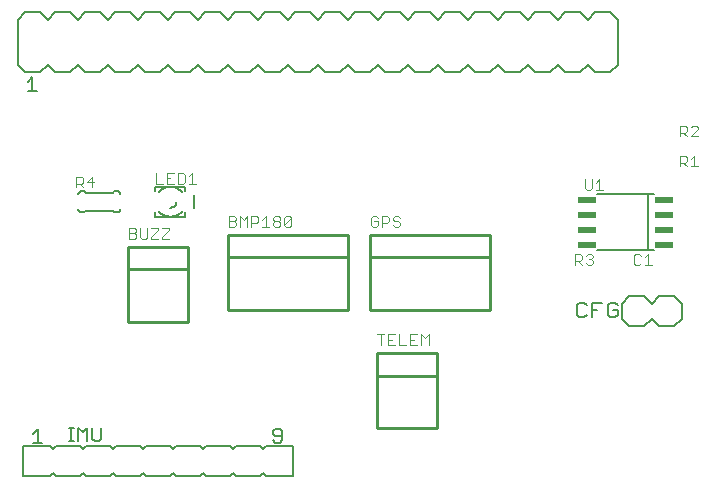
<source format=gbr>
G04 EAGLE Gerber RS-274X export*
G75*
%MOMM*%
%FSLAX34Y34*%
%LPD*%
%INSilkscreen Top*%
%IPPOS*%
%AMOC8*
5,1,8,0,0,1.08239X$1,22.5*%
G01*
%ADD10C,0.152400*%
%ADD11C,0.127000*%
%ADD12C,0.203200*%
%ADD13R,1.519900X0.490200*%
%ADD14C,0.101600*%
%ADD15R,0.127000X1.270000*%
%ADD16C,0.254000*%


D10*
X77350Y550400D02*
X90050Y550400D01*
X96400Y544050D01*
X102750Y550400D01*
X115450Y550400D01*
X121800Y544050D01*
X77350Y550400D02*
X71000Y544050D01*
X121800Y544050D02*
X128150Y550400D01*
X140850Y550400D01*
X147200Y544050D01*
X153550Y550400D02*
X166250Y550400D01*
X172600Y544050D01*
X178950Y550400D01*
X191650Y550400D01*
X198000Y544050D01*
X153550Y550400D02*
X147200Y544050D01*
X198000Y544050D02*
X204350Y550400D01*
X217050Y550400D01*
X223400Y544050D01*
X96400Y505950D02*
X90050Y499600D01*
X115450Y499600D02*
X121800Y505950D01*
X115450Y499600D02*
X102750Y499600D01*
X96400Y505950D01*
X71000Y505950D02*
X71000Y544050D01*
X71000Y505950D02*
X77350Y499600D01*
X90050Y499600D01*
X140850Y499600D02*
X147200Y505950D01*
X140850Y499600D02*
X128150Y499600D01*
X121800Y505950D01*
X166250Y499600D02*
X172600Y505950D01*
X191650Y499600D02*
X198000Y505950D01*
X191650Y499600D02*
X178950Y499600D01*
X172600Y505950D01*
X153550Y499600D02*
X147200Y505950D01*
X153550Y499600D02*
X166250Y499600D01*
X217050Y499600D02*
X223400Y505950D01*
X217050Y499600D02*
X204350Y499600D01*
X198000Y505950D01*
X242450Y550400D02*
X248800Y544050D01*
X242450Y550400D02*
X229750Y550400D01*
X223400Y544050D01*
X223400Y505950D02*
X229750Y499600D01*
X242450Y499600D01*
X248800Y505950D01*
X255150Y550400D02*
X267850Y550400D01*
X274200Y544050D01*
X280550Y550400D01*
X293250Y550400D01*
X299600Y544050D01*
X255150Y550400D02*
X248800Y544050D01*
X299600Y544050D02*
X305950Y550400D01*
X318650Y550400D01*
X325000Y544050D01*
X331350Y550400D02*
X344050Y550400D01*
X350400Y544050D01*
X356750Y550400D01*
X369450Y550400D01*
X375800Y544050D01*
X331350Y550400D02*
X325000Y544050D01*
X375800Y544050D02*
X382150Y550400D01*
X394850Y550400D01*
X401200Y544050D01*
X274200Y505950D02*
X267850Y499600D01*
X293250Y499600D02*
X299600Y505950D01*
X293250Y499600D02*
X280550Y499600D01*
X274200Y505950D01*
X255150Y499600D02*
X248800Y505950D01*
X255150Y499600D02*
X267850Y499600D01*
X318650Y499600D02*
X325000Y505950D01*
X318650Y499600D02*
X305950Y499600D01*
X299600Y505950D01*
X344050Y499600D02*
X350400Y505950D01*
X369450Y499600D02*
X375800Y505950D01*
X369450Y499600D02*
X356750Y499600D01*
X350400Y505950D01*
X331350Y499600D02*
X325000Y505950D01*
X331350Y499600D02*
X344050Y499600D01*
X394850Y499600D02*
X401200Y505950D01*
X394850Y499600D02*
X382150Y499600D01*
X375800Y505950D01*
X420250Y550400D02*
X426600Y544050D01*
X420250Y550400D02*
X407550Y550400D01*
X401200Y544050D01*
X401200Y505950D02*
X407550Y499600D01*
X420250Y499600D01*
X426600Y505950D01*
X432950Y550400D02*
X445650Y550400D01*
X452000Y544050D01*
X458350Y550400D01*
X471050Y550400D01*
X477400Y544050D01*
X432950Y550400D02*
X426600Y544050D01*
X477400Y544050D02*
X483750Y550400D01*
X496450Y550400D01*
X502800Y544050D01*
X509150Y550400D02*
X521850Y550400D01*
X528200Y544050D01*
X534550Y550400D01*
X547250Y550400D01*
X553600Y544050D01*
X509150Y550400D02*
X502800Y544050D01*
X553600Y544050D02*
X559950Y550400D01*
X572650Y550400D01*
X452000Y505950D02*
X445650Y499600D01*
X471050Y499600D02*
X477400Y505950D01*
X471050Y499600D02*
X458350Y499600D01*
X452000Y505950D01*
X432950Y499600D02*
X426600Y505950D01*
X432950Y499600D02*
X445650Y499600D01*
X496450Y499600D02*
X502800Y505950D01*
X496450Y499600D02*
X483750Y499600D01*
X477400Y505950D01*
X521850Y499600D02*
X528200Y505950D01*
X547250Y499600D02*
X553600Y505950D01*
X547250Y499600D02*
X534550Y499600D01*
X528200Y505950D01*
X509150Y499600D02*
X502800Y505950D01*
X509150Y499600D02*
X521850Y499600D01*
X559950Y499600D02*
X572650Y499600D01*
X559950Y499600D02*
X553600Y505950D01*
X579000Y505950D02*
X579000Y544050D01*
X572650Y550400D01*
X579000Y505950D02*
X572650Y499600D01*
D11*
X83068Y495165D02*
X79255Y491352D01*
X83068Y495165D02*
X83068Y483725D01*
X79255Y483725D02*
X86882Y483725D01*
D12*
X561050Y396600D02*
X604650Y396600D01*
X609650Y396600D01*
X609650Y348600D02*
X604650Y348600D01*
X561050Y348600D01*
X604650Y348600D02*
X604650Y396600D01*
D13*
X618251Y353550D03*
X618251Y366250D03*
X618251Y378950D03*
X618251Y391650D03*
X552450Y391650D03*
X552450Y378950D03*
X552450Y366250D03*
X552450Y353550D03*
D14*
X550933Y401303D02*
X550933Y408930D01*
X550933Y401303D02*
X552458Y399778D01*
X555509Y399778D01*
X557034Y401303D01*
X557034Y408930D01*
X560288Y405879D02*
X563339Y408930D01*
X563339Y399778D01*
X566389Y399778D02*
X560288Y399778D01*
X631261Y419781D02*
X631261Y428932D01*
X635836Y428932D01*
X637362Y427407D01*
X637362Y424356D01*
X635836Y422831D01*
X631261Y422831D01*
X634311Y422831D02*
X637362Y419781D01*
X640616Y425882D02*
X643666Y428932D01*
X643666Y419781D01*
X640616Y419781D02*
X646717Y419781D01*
X596784Y345747D02*
X598309Y344222D01*
X596784Y345747D02*
X593733Y345747D01*
X592208Y344222D01*
X592208Y338121D01*
X593733Y336596D01*
X596784Y336596D01*
X598309Y338121D01*
X601563Y342697D02*
X604614Y345747D01*
X604614Y336596D01*
X607664Y336596D02*
X601563Y336596D01*
X631261Y445181D02*
X631261Y454332D01*
X635836Y454332D01*
X637362Y452807D01*
X637362Y449756D01*
X635836Y448231D01*
X631261Y448231D01*
X634311Y448231D02*
X637362Y445181D01*
X640616Y445181D02*
X646717Y445181D01*
X640616Y445181D02*
X646717Y451282D01*
X646717Y452807D01*
X645192Y454332D01*
X642141Y454332D01*
X640616Y452807D01*
X542361Y345747D02*
X542361Y336596D01*
X542361Y345747D02*
X546936Y345747D01*
X548462Y344222D01*
X548462Y341171D01*
X546936Y339646D01*
X542361Y339646D01*
X545411Y339646D02*
X548462Y336596D01*
X551716Y344222D02*
X553241Y345747D01*
X556292Y345747D01*
X557817Y344222D01*
X557817Y342697D01*
X556292Y341171D01*
X554766Y341171D01*
X556292Y341171D02*
X557817Y339646D01*
X557817Y338121D01*
X556292Y336596D01*
X553241Y336596D01*
X551716Y338121D01*
D10*
X582150Y303650D02*
X582150Y290950D01*
X582150Y303650D02*
X588500Y310000D01*
X601200Y310000D01*
X607550Y303650D01*
X601200Y284600D02*
X588500Y284600D01*
X582150Y290950D01*
X601200Y284600D02*
X607550Y290950D01*
X607550Y303650D02*
X613900Y310000D01*
X626600Y310000D01*
X632950Y303650D01*
X626600Y284600D02*
X613900Y284600D01*
X607550Y290950D01*
X626600Y284600D02*
X632950Y290950D01*
X632950Y303650D01*
D12*
X552464Y302060D02*
X550430Y304094D01*
X546363Y304094D01*
X544329Y302060D01*
X544329Y293925D01*
X546363Y291892D01*
X550430Y291892D01*
X552464Y293925D01*
X557426Y291892D02*
X557426Y304094D01*
X565561Y304094D01*
X561494Y297993D02*
X557426Y297993D01*
X576625Y304094D02*
X578658Y302060D01*
X576625Y304094D02*
X572557Y304094D01*
X570524Y302060D01*
X570524Y293925D01*
X572557Y291892D01*
X576625Y291892D01*
X578658Y293925D01*
X578658Y297993D01*
X574591Y297993D01*
D10*
X75700Y182700D02*
X75700Y157300D01*
X98560Y157300D01*
X101100Y159840D01*
X103640Y157300D01*
X123960Y157300D01*
X126500Y159840D01*
X129040Y157300D01*
X149360Y157300D01*
X151900Y159840D01*
X154440Y157300D01*
X174760Y157300D01*
X177300Y159840D01*
X179840Y157300D01*
X177300Y180160D02*
X179840Y182700D01*
X177300Y180160D02*
X174760Y182700D01*
X154440Y182700D01*
X151900Y180160D01*
X149360Y182700D01*
X129040Y182700D01*
X126500Y180160D01*
X123960Y182700D01*
X103640Y182700D01*
X101100Y180160D01*
X98560Y182700D01*
X75700Y182700D01*
X179840Y157300D02*
X200160Y157300D01*
X202700Y159840D01*
X205240Y157300D01*
X225560Y157300D01*
X228100Y159840D01*
X230640Y157300D01*
X228100Y180160D02*
X230640Y182700D01*
X228100Y180160D02*
X225560Y182700D01*
X205240Y182700D01*
X202700Y180160D01*
X200160Y182700D01*
X179840Y182700D01*
X256040Y182700D02*
X276360Y182700D01*
X276360Y157300D02*
X256040Y157300D01*
X253500Y180160D02*
X250960Y182700D01*
X253500Y180160D02*
X256040Y182700D01*
X250960Y182700D02*
X230640Y182700D01*
X253500Y159840D02*
X256040Y157300D01*
X253500Y159840D02*
X250960Y157300D01*
X230640Y157300D01*
X304300Y157300D02*
X304300Y182700D01*
X281440Y182700D01*
X281440Y157300D02*
X304300Y157300D01*
X278900Y159840D02*
X276360Y157300D01*
X278900Y159840D02*
X281440Y157300D01*
X278900Y180160D02*
X281440Y182700D01*
X278900Y180160D02*
X276360Y182700D01*
D11*
X87768Y197315D02*
X83955Y193502D01*
X87768Y197315D02*
X87768Y185875D01*
X83955Y185875D02*
X91582Y185875D01*
X287155Y187782D02*
X289062Y185875D01*
X292875Y185875D01*
X294782Y187782D01*
X294782Y195408D01*
X292875Y197315D01*
X289062Y197315D01*
X287155Y195408D01*
X287155Y193502D01*
X289062Y191595D01*
X294782Y191595D01*
X118248Y187145D02*
X114435Y187145D01*
X116342Y187145D02*
X116342Y198585D01*
X118248Y198585D02*
X114435Y198585D01*
X122231Y198585D02*
X122231Y187145D01*
X126044Y194772D02*
X122231Y198585D01*
X126044Y194772D02*
X129857Y198585D01*
X129857Y187145D01*
X133925Y189052D02*
X133925Y198585D01*
X133925Y189052D02*
X135832Y187145D01*
X139645Y187145D01*
X141551Y189052D01*
X141551Y198585D01*
D10*
X187300Y377300D02*
X200000Y377300D01*
X212700Y377300D01*
X212700Y402700D02*
X200000Y402700D01*
X187300Y402700D01*
X212700Y381110D02*
X212700Y377300D01*
X212700Y398890D02*
X212700Y402700D01*
X187300Y402700D02*
X187300Y398890D01*
X187300Y381110D02*
X187300Y377300D01*
X200000Y402700D02*
X200307Y402696D01*
X200615Y402685D01*
X200922Y402667D01*
X201228Y402640D01*
X201534Y402607D01*
X201839Y402566D01*
X202142Y402518D01*
X202445Y402462D01*
X202746Y402400D01*
X203045Y402329D01*
X203343Y402252D01*
X203639Y402168D01*
X203932Y402076D01*
X204224Y401977D01*
X204512Y401871D01*
X204798Y401759D01*
X205082Y401639D01*
X205362Y401512D01*
X205639Y401379D01*
X205913Y401239D01*
X206184Y401093D01*
X206450Y400940D01*
X206713Y400780D01*
X206973Y400615D01*
X207228Y400443D01*
X207478Y400265D01*
X207725Y400081D01*
X207967Y399891D01*
X208204Y399695D01*
X208436Y399493D01*
X208663Y399286D01*
X208886Y399074D01*
X209103Y398856D01*
X209315Y398633D01*
X209521Y398405D01*
X209722Y398172D01*
X209917Y397934D01*
X200000Y402700D02*
X199693Y402696D01*
X199385Y402685D01*
X199078Y402667D01*
X198772Y402640D01*
X198466Y402607D01*
X198161Y402566D01*
X197858Y402518D01*
X197555Y402462D01*
X197254Y402400D01*
X196955Y402329D01*
X196657Y402252D01*
X196361Y402168D01*
X196068Y402076D01*
X195776Y401977D01*
X195488Y401871D01*
X195202Y401759D01*
X194918Y401639D01*
X194638Y401512D01*
X194361Y401379D01*
X194087Y401239D01*
X193816Y401093D01*
X193550Y400940D01*
X193287Y400780D01*
X193027Y400615D01*
X192772Y400443D01*
X192522Y400265D01*
X192275Y400081D01*
X192033Y399891D01*
X191796Y399695D01*
X191564Y399493D01*
X191337Y399286D01*
X191114Y399074D01*
X190897Y398856D01*
X190685Y398633D01*
X190479Y398405D01*
X190278Y398172D01*
X190083Y397934D01*
X200000Y377300D02*
X200307Y377304D01*
X200615Y377315D01*
X200922Y377333D01*
X201228Y377360D01*
X201534Y377393D01*
X201839Y377434D01*
X202142Y377482D01*
X202445Y377538D01*
X202746Y377600D01*
X203045Y377671D01*
X203343Y377748D01*
X203639Y377832D01*
X203932Y377924D01*
X204224Y378023D01*
X204512Y378129D01*
X204798Y378241D01*
X205082Y378361D01*
X205362Y378488D01*
X205639Y378621D01*
X205913Y378761D01*
X206184Y378907D01*
X206450Y379060D01*
X206713Y379220D01*
X206973Y379385D01*
X207228Y379557D01*
X207478Y379735D01*
X207725Y379919D01*
X207967Y380109D01*
X208204Y380305D01*
X208436Y380507D01*
X208663Y380714D01*
X208886Y380926D01*
X209103Y381144D01*
X209315Y381367D01*
X209521Y381595D01*
X209722Y381828D01*
X209917Y382066D01*
X200000Y377300D02*
X199693Y377304D01*
X199385Y377315D01*
X199078Y377333D01*
X198772Y377360D01*
X198466Y377393D01*
X198161Y377434D01*
X197858Y377482D01*
X197555Y377538D01*
X197254Y377600D01*
X196955Y377671D01*
X196657Y377748D01*
X196361Y377832D01*
X196068Y377924D01*
X195776Y378023D01*
X195488Y378129D01*
X195202Y378241D01*
X194918Y378361D01*
X194638Y378488D01*
X194361Y378621D01*
X194087Y378761D01*
X193816Y378907D01*
X193550Y379060D01*
X193287Y379220D01*
X193027Y379385D01*
X192772Y379557D01*
X192522Y379735D01*
X192275Y379919D01*
X192033Y380109D01*
X191796Y380305D01*
X191564Y380507D01*
X191337Y380714D01*
X191114Y380926D01*
X190897Y381144D01*
X190685Y381367D01*
X190479Y381595D01*
X190278Y381828D01*
X190083Y382066D01*
X200000Y384920D02*
X200140Y384922D01*
X200280Y384928D01*
X200420Y384937D01*
X200559Y384951D01*
X200698Y384968D01*
X200836Y384989D01*
X200974Y385014D01*
X201111Y385043D01*
X201247Y385075D01*
X201382Y385112D01*
X201516Y385152D01*
X201649Y385195D01*
X201781Y385243D01*
X201912Y385293D01*
X202041Y385348D01*
X202168Y385406D01*
X202294Y385467D01*
X202418Y385532D01*
X202540Y385601D01*
X202660Y385672D01*
X202778Y385747D01*
X202895Y385825D01*
X203009Y385907D01*
X203120Y385991D01*
X203229Y386079D01*
X203336Y386169D01*
X203441Y386263D01*
X203542Y386359D01*
X203641Y386458D01*
X203737Y386559D01*
X203831Y386664D01*
X203921Y386771D01*
X204009Y386880D01*
X204093Y386991D01*
X204175Y387105D01*
X204253Y387222D01*
X204328Y387340D01*
X204399Y387460D01*
X204468Y387582D01*
X204533Y387706D01*
X204594Y387832D01*
X204652Y387959D01*
X204707Y388088D01*
X204757Y388219D01*
X204805Y388351D01*
X204848Y388484D01*
X204888Y388618D01*
X204925Y388753D01*
X204957Y388889D01*
X204986Y389026D01*
X205011Y389164D01*
X205032Y389302D01*
X205049Y389441D01*
X205063Y389580D01*
X205072Y389720D01*
X205078Y389860D01*
X205080Y390000D01*
D15*
X219685Y390000D03*
D14*
X187554Y405240D02*
X187554Y414392D01*
X187554Y405240D02*
X193655Y405240D01*
X196909Y414392D02*
X203010Y414392D01*
X196909Y414392D02*
X196909Y405240D01*
X203010Y405240D01*
X199960Y409816D02*
X196909Y409816D01*
X206264Y414392D02*
X206264Y405240D01*
X210840Y405240D01*
X212366Y406765D01*
X212366Y412867D01*
X210840Y414392D01*
X206264Y414392D01*
X215620Y411341D02*
X218670Y414392D01*
X218670Y405240D01*
X215620Y405240D02*
X221721Y405240D01*
D10*
X124760Y398890D02*
X124660Y398888D01*
X124561Y398882D01*
X124461Y398872D01*
X124363Y398859D01*
X124264Y398841D01*
X124167Y398820D01*
X124071Y398795D01*
X123975Y398766D01*
X123881Y398733D01*
X123788Y398697D01*
X123697Y398657D01*
X123607Y398613D01*
X123519Y398566D01*
X123433Y398516D01*
X123349Y398462D01*
X123267Y398405D01*
X123188Y398345D01*
X123110Y398281D01*
X123036Y398215D01*
X122964Y398146D01*
X122895Y398074D01*
X122829Y398000D01*
X122765Y397922D01*
X122705Y397843D01*
X122648Y397761D01*
X122594Y397677D01*
X122544Y397591D01*
X122497Y397503D01*
X122453Y397413D01*
X122413Y397322D01*
X122377Y397229D01*
X122344Y397135D01*
X122315Y397039D01*
X122290Y396943D01*
X122269Y396846D01*
X122251Y396747D01*
X122238Y396649D01*
X122228Y396549D01*
X122222Y396450D01*
X122220Y396350D01*
X122220Y383650D02*
X122222Y383550D01*
X122228Y383451D01*
X122238Y383351D01*
X122251Y383253D01*
X122269Y383154D01*
X122290Y383057D01*
X122315Y382961D01*
X122344Y382865D01*
X122377Y382771D01*
X122413Y382678D01*
X122453Y382587D01*
X122497Y382497D01*
X122544Y382409D01*
X122594Y382323D01*
X122648Y382239D01*
X122705Y382157D01*
X122765Y382078D01*
X122829Y382000D01*
X122895Y381926D01*
X122964Y381854D01*
X123036Y381785D01*
X123110Y381719D01*
X123188Y381655D01*
X123267Y381595D01*
X123349Y381538D01*
X123433Y381484D01*
X123519Y381434D01*
X123607Y381387D01*
X123697Y381343D01*
X123788Y381303D01*
X123881Y381267D01*
X123975Y381234D01*
X124071Y381205D01*
X124167Y381180D01*
X124264Y381159D01*
X124363Y381141D01*
X124461Y381128D01*
X124561Y381118D01*
X124660Y381112D01*
X124760Y381110D01*
X155240Y381110D02*
X155340Y381112D01*
X155439Y381118D01*
X155539Y381128D01*
X155637Y381141D01*
X155736Y381159D01*
X155833Y381180D01*
X155929Y381205D01*
X156025Y381234D01*
X156119Y381267D01*
X156212Y381303D01*
X156303Y381343D01*
X156393Y381387D01*
X156481Y381434D01*
X156567Y381484D01*
X156651Y381538D01*
X156733Y381595D01*
X156812Y381655D01*
X156890Y381719D01*
X156964Y381785D01*
X157036Y381854D01*
X157105Y381926D01*
X157171Y382000D01*
X157235Y382078D01*
X157295Y382157D01*
X157352Y382239D01*
X157406Y382323D01*
X157456Y382409D01*
X157503Y382497D01*
X157547Y382587D01*
X157587Y382678D01*
X157623Y382771D01*
X157656Y382865D01*
X157685Y382961D01*
X157710Y383057D01*
X157731Y383154D01*
X157749Y383253D01*
X157762Y383351D01*
X157772Y383451D01*
X157778Y383550D01*
X157780Y383650D01*
X157780Y396350D02*
X157778Y396450D01*
X157772Y396549D01*
X157762Y396649D01*
X157749Y396747D01*
X157731Y396846D01*
X157710Y396943D01*
X157685Y397039D01*
X157656Y397135D01*
X157623Y397229D01*
X157587Y397322D01*
X157547Y397413D01*
X157503Y397503D01*
X157456Y397591D01*
X157406Y397677D01*
X157352Y397761D01*
X157295Y397843D01*
X157235Y397922D01*
X157171Y398000D01*
X157105Y398074D01*
X157036Y398146D01*
X156964Y398215D01*
X156890Y398281D01*
X156812Y398345D01*
X156733Y398405D01*
X156651Y398462D01*
X156567Y398516D01*
X156481Y398566D01*
X156393Y398613D01*
X156303Y398657D01*
X156212Y398697D01*
X156119Y398733D01*
X156025Y398766D01*
X155929Y398795D01*
X155833Y398820D01*
X155736Y398841D01*
X155637Y398859D01*
X155539Y398872D01*
X155439Y398882D01*
X155340Y398888D01*
X155240Y398890D01*
X127300Y398890D02*
X124760Y398890D01*
X127300Y398890D02*
X128570Y397620D01*
X127300Y381110D02*
X124760Y381110D01*
X127300Y381110D02*
X128570Y382380D01*
X151430Y397620D02*
X152700Y398890D01*
X151430Y397620D02*
X128570Y397620D01*
X151430Y382380D02*
X152700Y381110D01*
X151430Y382380D02*
X128570Y382380D01*
X152700Y398890D02*
X155240Y398890D01*
X155240Y381110D02*
X152700Y381110D01*
D14*
X120442Y402192D02*
X120442Y411090D01*
X124891Y411090D01*
X126374Y409607D01*
X126374Y406641D01*
X124891Y405158D01*
X120442Y405158D01*
X123408Y405158D02*
X126374Y402192D01*
X134012Y402192D02*
X134012Y411090D01*
X129563Y406641D01*
X135495Y406641D01*
D16*
X249200Y361750D02*
X350800Y361750D01*
X350800Y342700D01*
X350800Y298250D01*
X249200Y298250D01*
X249200Y342700D01*
X249200Y361750D01*
X249200Y342700D02*
X350800Y342700D01*
D14*
X249708Y368608D02*
X249708Y377760D01*
X254284Y377760D01*
X255809Y376235D01*
X255809Y374709D01*
X254284Y373184D01*
X255809Y371659D01*
X255809Y370133D01*
X254284Y368608D01*
X249708Y368608D01*
X249708Y373184D02*
X254284Y373184D01*
X259063Y368608D02*
X259063Y377760D01*
X262114Y374709D01*
X265164Y377760D01*
X265164Y368608D01*
X268418Y368608D02*
X268418Y377760D01*
X272994Y377760D01*
X274520Y376235D01*
X274520Y373184D01*
X272994Y371659D01*
X268418Y371659D01*
X277774Y374709D02*
X280824Y377760D01*
X280824Y368608D01*
X277774Y368608D02*
X283875Y368608D01*
X287129Y376235D02*
X288654Y377760D01*
X291705Y377760D01*
X293230Y376235D01*
X293230Y374709D01*
X291705Y373184D01*
X293230Y371659D01*
X293230Y370133D01*
X291705Y368608D01*
X288654Y368608D01*
X287129Y370133D01*
X287129Y371659D01*
X288654Y373184D01*
X287129Y374709D01*
X287129Y376235D01*
X288654Y373184D02*
X291705Y373184D01*
X296484Y370133D02*
X296484Y376235D01*
X298009Y377760D01*
X301060Y377760D01*
X302585Y376235D01*
X302585Y370133D01*
X301060Y368608D01*
X298009Y368608D01*
X296484Y370133D01*
X302585Y376235D01*
D16*
X215400Y351750D02*
X164600Y351750D01*
X215400Y351750D02*
X215400Y332700D01*
X215400Y288250D01*
X164600Y288250D01*
X164600Y332700D01*
X164600Y351750D01*
X164600Y332700D02*
X215400Y332700D01*
D14*
X165108Y358608D02*
X165108Y367760D01*
X169684Y367760D01*
X171209Y366235D01*
X171209Y364709D01*
X169684Y363184D01*
X171209Y361659D01*
X171209Y360133D01*
X169684Y358608D01*
X165108Y358608D01*
X165108Y363184D02*
X169684Y363184D01*
X174463Y360133D02*
X174463Y367760D01*
X174463Y360133D02*
X175988Y358608D01*
X179039Y358608D01*
X180564Y360133D01*
X180564Y367760D01*
X183818Y367760D02*
X189920Y367760D01*
X189920Y366235D01*
X183818Y360133D01*
X183818Y358608D01*
X189920Y358608D01*
X193174Y367760D02*
X199275Y367760D01*
X199275Y366235D01*
X193174Y360133D01*
X193174Y358608D01*
X199275Y358608D01*
D16*
X369200Y361750D02*
X470800Y361750D01*
X470800Y342700D01*
X470800Y298250D01*
X369200Y298250D01*
X369200Y342700D01*
X369200Y361750D01*
X369200Y342700D02*
X470800Y342700D01*
D14*
X375809Y376235D02*
X374284Y377760D01*
X371233Y377760D01*
X369708Y376235D01*
X369708Y370133D01*
X371233Y368608D01*
X374284Y368608D01*
X375809Y370133D01*
X375809Y373184D01*
X372759Y373184D01*
X379063Y368608D02*
X379063Y377760D01*
X383639Y377760D01*
X385164Y376235D01*
X385164Y373184D01*
X383639Y371659D01*
X379063Y371659D01*
X392994Y377760D02*
X394520Y376235D01*
X392994Y377760D02*
X389944Y377760D01*
X388418Y376235D01*
X388418Y374709D01*
X389944Y373184D01*
X392994Y373184D01*
X394520Y371659D01*
X394520Y370133D01*
X392994Y368608D01*
X389944Y368608D01*
X388418Y370133D01*
D16*
X374600Y261750D02*
X425400Y261750D01*
X425400Y242700D01*
X425400Y198250D01*
X374600Y198250D01*
X374600Y242700D01*
X374600Y261750D01*
X374600Y242700D02*
X425400Y242700D01*
D14*
X378159Y268608D02*
X378159Y277760D01*
X381209Y277760D02*
X375108Y277760D01*
X384463Y277760D02*
X390564Y277760D01*
X384463Y277760D02*
X384463Y268608D01*
X390564Y268608D01*
X387514Y273184D02*
X384463Y273184D01*
X393818Y277760D02*
X393818Y268608D01*
X399920Y268608D01*
X403174Y277760D02*
X409275Y277760D01*
X403174Y277760D02*
X403174Y268608D01*
X409275Y268608D01*
X406224Y273184D02*
X403174Y273184D01*
X412529Y268608D02*
X412529Y277760D01*
X415579Y274709D01*
X418630Y277760D01*
X418630Y268608D01*
M02*

</source>
